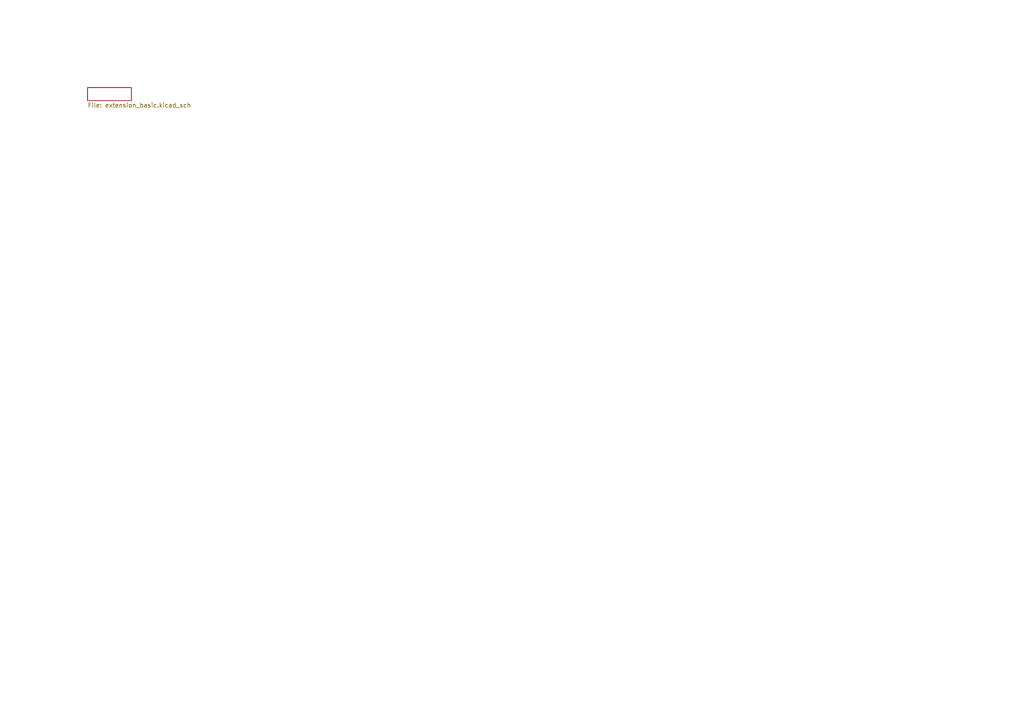
<source format=kicad_sch>
(kicad_sch
	(version 20250114)
	(generator "eeschema")
	(generator_version "9.0")
	(uuid "47824f5f-22b1-4cbe-976e-a32f13b4f589")
	(paper "A4")
	(lib_symbols)
	(sheet
		(at 25.4 25.4)
		(size 12.7 3.81)
		(exclude_from_sim no)
		(in_bom yes)
		(on_board yes)
		(dnp no)
		(fields_autoplaced yes)
		(stroke
			(width 0)
			(type solid)
		)
		(fill
			(color 0 0 0 0.0000)
		)
		(uuid "cee18210-b08d-4f99-884e-04a44cfc4e8f")
		(property "Sheetname" ""
			(at 25.4 24.6884 0)
			(effects
				(font
					(size 1.27 1.27)
				)
				(justify left bottom)
			)
		)
		(property "Sheetfile" "extension_basic.kicad_sch"
			(at 25.4 29.7946 0)
			(effects
				(font
					(size 1.27 1.27)
				)
				(justify left top)
			)
		)
		(instances
			(project "ExtensionBoardBasic"
				(path "/47824f5f-22b1-4cbe-976e-a32f13b4f589"
					(page "2")
				)
			)
		)
	)
	(sheet_instances
		(path "/"
			(page "#")
		)
	)
	(embedded_fonts no)
)

</source>
